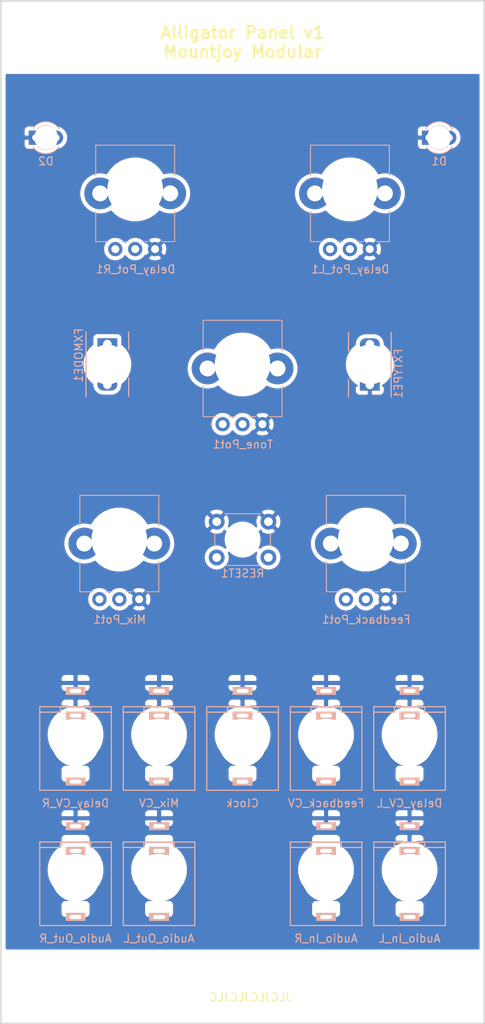
<source format=kicad_pcb>
(kicad_pcb (version 20171130) (host pcbnew "(5.1.5)-3")
  (layers (0 F.Cu signal hide) (31 B.Cu signal hide) (34 B.Paste user) (35 F.Paste user) (36 B.SilkS user) (37 F.SilkS user) (38 B.Mask user) (39 F.Mask user) (44 Edge.Cuts user))
  (net 0 "")
  (net 1 GND)
  (net 2 +3.3VA)
  (net 3 /DELAY_CHORUS)
  (net 4 /MODE1)
  (net 5 /MODE2)
  (net 6 /EXT_AUDIO_IN_L)
  (net 7 /EXT_AUDIO_IN_R)
  (net 8 /RESET)
  (net 9 /EXT_AUDIO_OUT_L)
  (net 10 /EXT_AUDIO_OUT_R)
  (net 11 /CLOCK)
  (net 12 /DELAY_CV_L)
  (net 13 /DELAY_POT_L)
  (net 14 /DELAY_CV_R)
  (net 15 /DELAY_POT_R)
  (net 16 /MIX_POT)
  (net 17 /MIX_CV)
  (net 18 /FEEDBACK_CV)
  (net 19 /FEEDBACK_POT)
  (net 20 /LED1)
  (net 21 /LED2)
  (net 22 /TONE_POT)
  (net 23 "Net-(J12-Pad2)")
  (net 24 "Net-(J13-Pad2)")
  (module Custom_Footprints:Sub_Miniature_Switch_MountingHole_3.5mm (layer F.Cu) (at 130 108.5)
    (fp_text reference Ref** hide)
    (fp_text value Subminiature_Switch hide)
    (pad "" np_thru_hole circle (at 0 0) (size 3.5 3.5) (drill 3.5) (layers *.Cu *.Mask))
  )
  (module Custom_Footprints:Sub_Miniature_Switch_MountingHole_5mm (layer F.Cu) (at 113 86.5)
    (fp_text reference Ref** hide)
    (fp_text value Subminiature_Switch hide)
    (pad "" np_thru_hole circle (at 0 0) (size 5 5) (drill 5) (layers *.Cu *.Mask))
  )
  (module Custom_Footprints:Sub_Miniature_Switch_MountingHole_5mm (layer F.Cu) (at 146 86.5)
    (fp_text reference Ref** hide)
    (fp_text value Subminiature_Switch hide)
    (pad "" np_thru_hole circle (at 0 0) (size 5 5) (drill 5) (layers *.Cu *.Mask))
  )
  (module Custom_Footprints:Sub_Miniature_Switch_MountingHole_3mm (layer F.Cu) (at 154.7 58)
    (fp_text reference Ref** hide)
    (fp_text value Subminiature_Switch hide)
    (pad "" np_thru_hole circle (at 0 0) (size 3 3) (drill 3) (layers *.Cu *.Mask))
  )
  (module Custom_Footprints:Sub_Miniature_Switch_MountingHole_3mm (layer F.Cu) (at 105.3 58)
    (fp_text reference Ref** hide)
    (fp_text value Subminiature_Switch hide)
    (pad "" np_thru_hole circle (at 0 0) (size 3 3) (drill 3) (layers *.Cu *.Mask))
  )
  (module Custom_Footprints:Oval_Mounting_Hole (layer F.Cu) (at 152.9 166.3)
    (fp_text reference Ref** hide)
    (fp_text value Oval_Mounting_Hole hide)
    (pad "" np_thru_hole oval (at 0 0) (size 5 3.2) (drill oval 5 3.2) (layers *.Cu *.Mask))
  )
  (module Custom_Footprints:Oval_Mounting_Hole (layer F.Cu) (at 107.1 166.3)
    (fp_text reference Ref** hide)
    (fp_text value Oval_Mounting_Hole hide)
    (pad "" np_thru_hole oval (at 0 0) (size 5 3.2) (drill oval 5 3.2) (layers *.Cu *.Mask))
  )
  (module Custom_Footprints:Oval_Mounting_Hole (layer F.Cu) (at 152.9 43.8)
    (fp_text reference Ref** hide)
    (fp_text value Oval_Mounting_Hole hide)
    (pad "" np_thru_hole oval (at 0 0) (size 5 3.2) (drill oval 5 3.2) (layers *.Cu *.Mask))
  )
  (module Custom_Footprints:Oval_Mounting_Hole (layer F.Cu) (at 107.1 43.8)
    (fp_text reference Ref** hide)
    (fp_text value Oval_Mounting_Hole hide)
    (pad "" np_thru_hole oval (at 0 0) (size 5 3.2) (drill oval 5 3.2) (layers *.Cu *.Mask))
  )
  (module Custom_Footprints:Alpha_9mm_pot_hole (layer F.Cu) (at 145.5 108.5)
    (fp_text reference Ref** hide)
    (fp_text value Alpha_9mm_pot_hole hide)
    (pad "" np_thru_hole circle (at 0 0) (size 7 7) (drill 7) (layers *.Cu *.Mask))
  )
  (module Custom_Footprints:Alpha_9mm_pot_hole (layer F.Cu) (at 114.5 108.5)
    (fp_text reference Ref** hide)
    (fp_text value Alpha_9mm_pot_hole hide)
    (pad "" np_thru_hole circle (at 0 0) (size 7 7) (drill 7) (layers *.Cu *.Mask))
  )
  (module Custom_Footprints:Alpha_9mm_pot_hole (layer F.Cu) (at 130 86.5)
    (fp_text reference Ref** hide)
    (fp_text value Alpha_9mm_pot_hole hide)
    (pad "" np_thru_hole circle (at 0 0) (size 7 7) (drill 7) (layers *.Cu *.Mask))
  )
  (module Custom_Footprints:Alpha_9mm_pot_hole (layer F.Cu) (at 143.5 64.5)
    (fp_text reference Ref** hide)
    (fp_text value Alpha_9mm_pot_hole hide)
    (pad "" np_thru_hole circle (at 0 0) (size 7 7) (drill 7) (layers *.Cu *.Mask))
  )
  (module Custom_Footprints:Alpha_9mm_pot_hole (layer F.Cu) (at 116.5 64.5)
    (fp_text reference Ref** hide)
    (fp_text value Alpha_9mm_pot_hole hide)
    (pad "" np_thru_hole circle (at 0 0) (size 7 7) (drill 7) (layers *.Cu *.Mask))
  )
  (module Custom_Footprints:Thonkiconn_Socket_MountingHole_6mm (layer F.Cu) (at 119.5 151)
    (fp_text reference Ref** hide)
    (fp_text value Thonkiconn_Socket_MountingHole_6mm)
    (pad "" np_thru_hole circle (at 0 0) (size 6 6) (drill 6) (layers *.Cu *.Mask))
  )
  (module Custom_Footprints:Thonkiconn_Socket_MountingHole_6mm (layer F.Cu) (at 109 151)
    (fp_text reference Ref** hide)
    (fp_text value Thonkiconn_Socket_MountingHole_6mm)
    (pad "" np_thru_hole circle (at 0 0) (size 6 6) (drill 6) (layers *.Cu *.Mask))
  )
  (module Custom_Footprints:Thonkiconn_Socket_MountingHole_6mm (layer F.Cu) (at 140.5 151)
    (fp_text reference Ref** hide)
    (fp_text value Thonkiconn_Socket_MountingHole_6mm)
    (pad "" np_thru_hole circle (at 0 0) (size 6 6) (drill 6) (layers *.Cu *.Mask))
  )
  (module Custom_Footprints:Thonkiconn_Socket_MountingHole_6mm (layer F.Cu) (at 151 151)
    (fp_text reference Ref** hide)
    (fp_text value Thonkiconn_Socket_MountingHole_6mm)
    (pad "" np_thru_hole circle (at 0 0) (size 6 6) (drill 6) (layers *.Cu *.Mask))
  )
  (module Custom_Footprints:Thonkiconn_Socket_MountingHole_6mm (layer F.Cu) (at 151 134)
    (fp_text reference Ref** hide)
    (fp_text value Thonkiconn_Socket_MountingHole_6mm)
    (pad "" np_thru_hole circle (at 0 0) (size 6 6) (drill 6) (layers *.Cu *.Mask))
  )
  (module Custom_Footprints:Thonkiconn_Socket_MountingHole_6mm (layer F.Cu) (at 140.5 134)
    (fp_text reference Ref** hide)
    (fp_text value Thonkiconn_Socket_MountingHole_6mm)
    (pad "" np_thru_hole circle (at 0 0) (size 6 6) (drill 6) (layers *.Cu *.Mask))
  )
  (module Custom_Footprints:Thonkiconn_Socket_MountingHole_6mm (layer F.Cu) (at 130 134)
    (fp_text reference Ref** hide)
    (fp_text value Thonkiconn_Socket_MountingHole_6mm)
    (pad "" np_thru_hole circle (at 0 0) (size 6 6) (drill 6) (layers *.Cu *.Mask))
  )
  (module Custom_Footprints:Thonkiconn_Socket_MountingHole_6mm (layer F.Cu) (at 119.5 134)
    (fp_text reference Ref** hide)
    (fp_text value Thonkiconn_Socket_MountingHole_6mm)
    (pad "" np_thru_hole circle (at 0 0) (size 6 6) (drill 6) (layers *.Cu *.Mask))
  )
  (module Custom_Footprints:Thonkiconn_Socket_MountingHole_6mm (layer F.Cu) (at 109 134)
    (fp_text reference Ref** hide)
    (fp_text value Thonkiconn_Socket_MountingHole_6mm)
    (pad "" np_thru_hole circle (at 0 0) (size 6 6) (drill 6) (layers *.Cu *.Mask))
  )
  (module Custom_Footprints:THONKICONN_hole (layer B.Cu) (at 109 151)
    (fp_text reference J12 hide)
    (fp_text value Audio_Out_R (at 0 7.62) (layer B.SilkS) (effects (justify mirror)))
    (fp_circle (center 0 0) (end 1.3 0) (layer B.SilkS) (width 0.15))
    (fp_line (start -4.5 6) (end 4.5 6) (layer B.SilkS) (width 0.15))
    (fp_line (start -4.5 -4.5) (end 4.5 -4.5) (layer B.SilkS) (width 0.15))
    (fp_line (start -4.5 6) (end -4.5 -4.5) (layer B.SilkS) (width 0.15))
    (fp_line (start 4.5 6) (end 4.5 -4.5) (layer B.SilkS) (width 0.15))
    (fp_circle (center 0 0) (end 1.27 -1.27) (layer B.SilkS) (width 0.15))
    (fp_line (start -1.905 1.905) (end 1.905 1.905) (layer B.SilkS) (width 0.15))
    (fp_line (start 1.905 -1.905) (end -1.905 -1.905) (layer B.SilkS) (width 0.15))
    (fp_arc (start 0 0) (end -1.905 -1.905) (angle -90) (layer B.SilkS) (width 0.15))
    (fp_arc (start 0 0) (end 1.905 1.905) (angle -90) (layer B.SilkS) (width 0.15))
    (fp_line (start 1.905 -3.81) (end 4.445 -3.81) (layer B.SilkS) (width 0.15))
    (fp_line (start 1.905 -4.445) (end 1.905 -3.81) (layer B.SilkS) (width 0.15))
    (fp_line (start -1.905 -4.445) (end 1.905 -4.445) (layer B.SilkS) (width 0.15))
    (fp_line (start -1.905 -3.81) (end -1.905 -4.445) (layer B.SilkS) (width 0.15))
    (fp_line (start -4.445 -3.81) (end -1.905 -3.81) (layer B.SilkS) (width 0.15))
    (pad "" np_thru_hole circle (at 0 0) (size 2.5 2.5) (drill 2.5) (layers *.Cu *.Mask))
    (pad 1 thru_hole rect (at 0 -6.48) (size 2.5 1) (drill oval 1.5 0.5) (layers *.Cu *.Mask B.SilkS) (net 1 GND))
    (pad 2 thru_hole rect (at 0 -3.38) (size 2.5 1) (drill oval 1.5 0.5) (layers *.Cu *.Mask B.SilkS) (net 23 "Net-(J12-Pad2)"))
    (pad 3 thru_hole rect (at 0 4.92) (size 2.5 1) (drill oval 1.5 0.5) (layers *.Cu *.Mask B.SilkS) (net 10 /EXT_AUDIO_OUT_R))
  )
  (module Custom_Footprints:THONKICONN_hole (layer B.Cu) (at 119.5 134)
    (fp_text reference J7 hide)
    (fp_text value Mix_CV (at 0 7.62) (layer B.SilkS) (effects (justify mirror)))
    (fp_circle (center 0 0) (end 1.3 0) (layer B.SilkS) (width 0.15))
    (fp_line (start -4.5 6) (end 4.5 6) (layer B.SilkS) (width 0.15))
    (fp_line (start -4.5 -4.5) (end 4.5 -4.5) (layer B.SilkS) (width 0.15))
    (fp_line (start -4.5 6) (end -4.5 -4.5) (layer B.SilkS) (width 0.15))
    (fp_line (start 4.5 6) (end 4.5 -4.5) (layer B.SilkS) (width 0.15))
    (fp_circle (center 0 0) (end 1.27 -1.27) (layer B.SilkS) (width 0.15))
    (fp_line (start -1.905 1.905) (end 1.905 1.905) (layer B.SilkS) (width 0.15))
    (fp_line (start 1.905 -1.905) (end -1.905 -1.905) (layer B.SilkS) (width 0.15))
    (fp_arc (start 0 0) (end -1.905 -1.905) (angle -90) (layer B.SilkS) (width 0.15))
    (fp_arc (start 0 0) (end 1.905 1.905) (angle -90) (layer B.SilkS) (width 0.15))
    (fp_line (start 1.905 -3.81) (end 4.445 -3.81) (layer B.SilkS) (width 0.15))
    (fp_line (start 1.905 -4.445) (end 1.905 -3.81) (layer B.SilkS) (width 0.15))
    (fp_line (start -1.905 -4.445) (end 1.905 -4.445) (layer B.SilkS) (width 0.15))
    (fp_line (start -1.905 -3.81) (end -1.905 -4.445) (layer B.SilkS) (width 0.15))
    (fp_line (start -4.445 -3.81) (end -1.905 -3.81) (layer B.SilkS) (width 0.15))
    (pad "" np_thru_hole circle (at 0 0) (size 2.5 2.5) (drill 2.5) (layers *.Cu *.Mask))
    (pad 1 thru_hole rect (at 0 -6.48) (size 2.5 1) (drill oval 1.5 0.5) (layers *.Cu *.Mask B.SilkS) (net 1 GND))
    (pad 2 thru_hole rect (at 0 -3.38) (size 2.5 1) (drill oval 1.5 0.5) (layers *.Cu *.Mask B.SilkS) (net 1 GND))
    (pad 3 thru_hole rect (at 0 4.92) (size 2.5 1) (drill oval 1.5 0.5) (layers *.Cu *.Mask B.SilkS) (net 17 /MIX_CV))
  )
  (module Custom_Footprints:THONKICONN_hole (layer B.Cu) (at 140.5 134)
    (fp_text reference J10 hide)
    (fp_text value Feedback_CV (at 0 7.62) (layer B.SilkS) (effects (justify mirror)))
    (fp_circle (center 0 0) (end 1.3 0) (layer B.SilkS) (width 0.15))
    (fp_line (start -4.5 6) (end 4.5 6) (layer B.SilkS) (width 0.15))
    (fp_line (start -4.5 -4.5) (end 4.5 -4.5) (layer B.SilkS) (width 0.15))
    (fp_line (start -4.5 6) (end -4.5 -4.5) (layer B.SilkS) (width 0.15))
    (fp_line (start 4.5 6) (end 4.5 -4.5) (layer B.SilkS) (width 0.15))
    (fp_circle (center 0 0) (end 1.27 -1.27) (layer B.SilkS) (width 0.15))
    (fp_line (start -1.905 1.905) (end 1.905 1.905) (layer B.SilkS) (width 0.15))
    (fp_line (start 1.905 -1.905) (end -1.905 -1.905) (layer B.SilkS) (width 0.15))
    (fp_arc (start 0 0) (end -1.905 -1.905) (angle -90) (layer B.SilkS) (width 0.15))
    (fp_arc (start 0 0) (end 1.905 1.905) (angle -90) (layer B.SilkS) (width 0.15))
    (fp_line (start 1.905 -3.81) (end 4.445 -3.81) (layer B.SilkS) (width 0.15))
    (fp_line (start 1.905 -4.445) (end 1.905 -3.81) (layer B.SilkS) (width 0.15))
    (fp_line (start -1.905 -4.445) (end 1.905 -4.445) (layer B.SilkS) (width 0.15))
    (fp_line (start -1.905 -3.81) (end -1.905 -4.445) (layer B.SilkS) (width 0.15))
    (fp_line (start -4.445 -3.81) (end -1.905 -3.81) (layer B.SilkS) (width 0.15))
    (pad "" np_thru_hole circle (at 0 0) (size 2.5 2.5) (drill 2.5) (layers *.Cu *.Mask))
    (pad 1 thru_hole rect (at 0 -6.48) (size 2.5 1) (drill oval 1.5 0.5) (layers *.Cu *.Mask B.SilkS) (net 1 GND))
    (pad 2 thru_hole rect (at 0 -3.38) (size 2.5 1) (drill oval 1.5 0.5) (layers *.Cu *.Mask B.SilkS) (net 1 GND))
    (pad 3 thru_hole rect (at 0 4.92) (size 2.5 1) (drill oval 1.5 0.5) (layers *.Cu *.Mask B.SilkS) (net 18 /FEEDBACK_CV))
  )
  (module Buttons_Switches_THT:SW_PUSH_6mm (layer B.Cu) (at 126.75 110.75)
    (fp_text reference RESET1 (at 3.25 2) (layer B.SilkS) (effects (justify mirror)))
    (fp_text value SW_Push)
    (fp_line (start 1 -5.5) (end 5.5 -5.5) (layer B.SilkS) (width 0.12))
    (fp_line (start -0.25 -1.5) (end -0.25 -3) (layer B.SilkS) (width 0.12))
    (fp_line (start 5.5 1) (end 1 1) (layer B.SilkS) (width 0.12))
    (fp_line (start 6.75 -3) (end 6.75 -1.5) (layer B.SilkS) (width 0.12))
    (pad 2 thru_hole circle (at 0 -4.5 270) (size 2 2) (drill 1.1) (layers *.Cu *.Mask) (net 1 GND))
    (pad 1 thru_hole circle (at 0 0 270) (size 2 2) (drill 1.1) (layers *.Cu *.Mask) (net 8 /RESET))
    (pad 2 thru_hole circle (at 6.5 -4.5 270) (size 2 2) (drill 1.1) (layers *.Cu *.Mask) (net 1 GND))
    (pad 1 thru_hole circle (at 6.5 0 270) (size 2 2) (drill 1.1) (layers *.Cu *.Mask) (net 8 /RESET))
  )
  (module Custom_Footprints:THONKICONN_hole (layer B.Cu) (at 109 134)
    (fp_text reference J8 hide)
    (fp_text value Delay_CV_R (at 0 7.62) (layer B.SilkS) (effects (justify mirror)))
    (fp_circle (center 0 0) (end 1.3 0) (layer B.SilkS) (width 0.15))
    (fp_line (start -4.5 6) (end 4.5 6) (layer B.SilkS) (width 0.15))
    (fp_line (start -4.5 -4.5) (end 4.5 -4.5) (layer B.SilkS) (width 0.15))
    (fp_line (start -4.5 6) (end -4.5 -4.5) (layer B.SilkS) (width 0.15))
    (fp_line (start 4.5 6) (end 4.5 -4.5) (layer B.SilkS) (width 0.15))
    (fp_circle (center 0 0) (end 1.27 -1.27) (layer B.SilkS) (width 0.15))
    (fp_line (start -1.905 1.905) (end 1.905 1.905) (layer B.SilkS) (width 0.15))
    (fp_line (start 1.905 -1.905) (end -1.905 -1.905) (layer B.SilkS) (width 0.15))
    (fp_arc (start 0 0) (end -1.905 -1.905) (angle -90) (layer B.SilkS) (width 0.15))
    (fp_arc (start 0 0) (end 1.905 1.905) (angle -90) (layer B.SilkS) (width 0.15))
    (fp_line (start 1.905 -3.81) (end 4.445 -3.81) (layer B.SilkS) (width 0.15))
    (fp_line (start 1.905 -4.445) (end 1.905 -3.81) (layer B.SilkS) (width 0.15))
    (fp_line (start -1.905 -4.445) (end 1.905 -4.445) (layer B.SilkS) (width 0.15))
    (fp_line (start -1.905 -3.81) (end -1.905 -4.445) (layer B.SilkS) (width 0.15))
    (fp_line (start -4.445 -3.81) (end -1.905 -3.81) (layer B.SilkS) (width 0.15))
    (pad "" np_thru_hole circle (at 0 0) (size 2.5 2.5) (drill 2.5) (layers *.Cu *.Mask))
    (pad 1 thru_hole rect (at 0 -6.48) (size 2.5 1) (drill oval 1.5 0.5) (layers *.Cu *.Mask B.SilkS) (net 1 GND))
    (pad 2 thru_hole rect (at 0 -3.38) (size 2.5 1) (drill oval 1.5 0.5) (layers *.Cu *.Mask B.SilkS) (net 1 GND))
    (pad 3 thru_hole rect (at 0 4.92) (size 2.5 1) (drill oval 1.5 0.5) (layers *.Cu *.Mask B.SilkS) (net 14 /DELAY_CV_R))
  )
  (module Custom_Footprints:SPDTSubMiniature (layer B.Cu) (at 113 83.9478 270)
    (fp_text reference FXMODE1 (at 1.4 3.6 90) (layer B.SilkS) (effects (justify mirror)))
    (fp_text value SW_SPDT_MSM)
    (fp_line (start 4.254 -2.681) (end 6.554 -2.681) (layer B.SilkS) (width 0.15))
    (fp_line (start -1.538 -2.681) (end 0.662 -2.681) (layer B.SilkS) (width 0.15))
    (fp_line (start -1.5634 2.681) (end 6.604 2.681) (layer B.SilkS) (width 0.15))
    (pad 3 thru_hole oval (at 5.08 0 270) (size 1.5 2.5) (drill 1.0922) (layers *.Cu *.Mask) (net 5 /MODE2))
    (pad 2 thru_hole oval (at 2.54 0 270) (size 1.5 2.5) (drill 1.0922) (layers *.Cu *.Mask) (net 1 GND))
    (pad 1 thru_hole rect (at 0 0 270) (size 1.5 2.5) (drill 1.0922) (layers *.Cu *.Mask) (net 4 /MODE1))
  )
  (module Custom_Footprints:SPDTSubMiniature (layer B.Cu) (at 146 89.04 90)
    (fp_text reference FXTYPE1 (at 1.4 3.6 90) (layer B.SilkS) (effects (justify mirror)))
    (fp_text value SW_SPST)
    (fp_line (start 4.254 -2.681) (end 6.554 -2.681) (layer B.SilkS) (width 0.15))
    (fp_line (start -1.538 -2.681) (end 0.662 -2.681) (layer B.SilkS) (width 0.15))
    (fp_line (start -1.5634 2.681) (end 6.604 2.681) (layer B.SilkS) (width 0.15))
    (pad 3 thru_hole oval (at 5.08 0 90) (size 1.5 2.5) (drill 1.0922) (layers *.Cu *.Mask))
    (pad 2 thru_hole oval (at 2.54 0 90) (size 1.5 2.5) (drill 1.0922) (layers *.Cu *.Mask) (net 3 /DELAY_CHORUS))
    (pad 1 thru_hole rect (at 0 0 90) (size 1.5 2.5) (drill 1.0922) (layers *.Cu *.Mask) (net 1 GND))
  )
  (module Custom_Footprints:Alpha_9mm_Potentiometer (layer B.Cu) (at 114 72 90)
    (fp_text reference Delay_Pot_R1 (at -2.54 2.54) (layer B.SilkS) (effects (justify mirror)))
    (fp_text value A10k)
    (fp_line (start 13.06 7.461) (end 13.06 -2.46) (layer B.SilkS) (width 0.12))
    (fp_line (start 0.94 -0.825) (end 0.94 -2.46) (layer B.SilkS) (width 0.12))
    (fp_line (start 0.94 1.675) (end 0.94 0.825) (layer B.SilkS) (width 0.12))
    (fp_line (start 0.94 4.175) (end 0.94 3.325) (layer B.SilkS) (width 0.12))
    (fp_line (start 0.94 7.461) (end 0.94 5.825) (layer B.SilkS) (width 0.12))
    (fp_line (start 9.195 -2.46) (end 13.06 -2.46) (layer B.SilkS) (width 0.12))
    (fp_line (start 0.94 -2.46) (end 4.806 -2.46) (layer B.SilkS) (width 0.12))
    (fp_line (start 9.195 7.461) (end 13.06 7.461) (layer B.SilkS) (width 0.12))
    (fp_line (start 0.94 7.461) (end 4.806 7.461) (layer B.SilkS) (width 0.12))
    (fp_arc (start 7.5 2.5) (end 5.572 4.798) (angle 100) (layer B.SilkS) (width 0.12))
    (fp_arc (start 7.5 2.5) (end 8.673 -0.262) (angle 134) (layer B.SilkS) (width 0.12))
    (pad 0 np_thru_hole circle (at 7 -1.9 90) (size 4 4) (drill 2) (layers *.Cu *.Mask))
    (pad 0 np_thru_hole circle (at 7 6.9 90) (size 4 4) (drill 2) (layers *.Cu *.Mask))
    (pad 1 thru_hole circle (at 0 0 90) (size 1.8 1.8) (drill 1) (layers *.Cu *.Mask) (net 2 +3.3VA))
    (pad 2 thru_hole circle (at 0 2.5 90) (size 1.8 1.8) (drill 1) (layers *.Cu *.Mask) (net 15 /DELAY_POT_R))
    (pad 3 thru_hole circle (at 0 5 90) (size 1.8 1.8) (drill 1) (layers *.Cu *.Mask) (net 1 GND))
  )
  (module Custom_Footprints:Alpha_9mm_Potentiometer (layer B.Cu) (at 141 72 90)
    (fp_text reference Delay_Pot_L1 (at -2.54 2.54) (layer B.SilkS) (effects (justify mirror)))
    (fp_text value A10k)
    (fp_line (start 13.06 7.461) (end 13.06 -2.46) (layer B.SilkS) (width 0.12))
    (fp_line (start 0.94 -0.825) (end 0.94 -2.46) (layer B.SilkS) (width 0.12))
    (fp_line (start 0.94 1.675) (end 0.94 0.825) (layer B.SilkS) (width 0.12))
    (fp_line (start 0.94 4.175) (end 0.94 3.325) (layer B.SilkS) (width 0.12))
    (fp_line (start 0.94 7.461) (end 0.94 5.825) (layer B.SilkS) (width 0.12))
    (fp_line (start 9.195 -2.46) (end 13.06 -2.46) (layer B.SilkS) (width 0.12))
    (fp_line (start 0.94 -2.46) (end 4.806 -2.46) (layer B.SilkS) (width 0.12))
    (fp_line (start 9.195 7.461) (end 13.06 7.461) (layer B.SilkS) (width 0.12))
    (fp_line (start 0.94 7.461) (end 4.806 7.461) (layer B.SilkS) (width 0.12))
    (fp_arc (start 7.5 2.5) (end 5.572 4.798) (angle 100) (layer B.SilkS) (width 0.12))
    (fp_arc (start 7.5 2.5) (end 8.673 -0.262) (angle 134) (layer B.SilkS) (width 0.12))
    (pad 0 np_thru_hole circle (at 7 -1.9 90) (size 4 4) (drill 2) (layers *.Cu *.Mask))
    (pad 0 np_thru_hole circle (at 7 6.9 90) (size 4 4) (drill 2) (layers *.Cu *.Mask))
    (pad 1 thru_hole circle (at 0 0 90) (size 1.8 1.8) (drill 1) (layers *.Cu *.Mask) (net 2 +3.3VA))
    (pad 2 thru_hole circle (at 0 2.5 90) (size 1.8 1.8) (drill 1) (layers *.Cu *.Mask) (net 13 /DELAY_POT_L))
    (pad 3 thru_hole circle (at 0 5 90) (size 1.8 1.8) (drill 1) (layers *.Cu *.Mask) (net 1 GND))
  )
  (module Custom_Footprints:Alpha_9mm_Potentiometer (layer B.Cu) (at 143 116 90)
    (fp_text reference Feedback_Pot1 (at -2.54 2.54) (layer B.SilkS) (effects (justify mirror)))
    (fp_text value A10k)
    (fp_line (start 13.06 7.461) (end 13.06 -2.46) (layer B.SilkS) (width 0.12))
    (fp_line (start 0.94 -0.825) (end 0.94 -2.46) (layer B.SilkS) (width 0.12))
    (fp_line (start 0.94 1.675) (end 0.94 0.825) (layer B.SilkS) (width 0.12))
    (fp_line (start 0.94 4.175) (end 0.94 3.325) (layer B.SilkS) (width 0.12))
    (fp_line (start 0.94 7.461) (end 0.94 5.825) (layer B.SilkS) (width 0.12))
    (fp_line (start 9.195 -2.46) (end 13.06 -2.46) (layer B.SilkS) (width 0.12))
    (fp_line (start 0.94 -2.46) (end 4.806 -2.46) (layer B.SilkS) (width 0.12))
    (fp_line (start 9.195 7.461) (end 13.06 7.461) (layer B.SilkS) (width 0.12))
    (fp_line (start 0.94 7.461) (end 4.806 7.461) (layer B.SilkS) (width 0.12))
    (fp_arc (start 7.5 2.5) (end 5.572 4.798) (angle 100) (layer B.SilkS) (width 0.12))
    (fp_arc (start 7.5 2.5) (end 8.673 -0.262) (angle 134) (layer B.SilkS) (width 0.12))
    (pad 0 np_thru_hole circle (at 7 -1.9 90) (size 4 4) (drill 2) (layers *.Cu *.Mask))
    (pad 0 np_thru_hole circle (at 7 6.9 90) (size 4 4) (drill 2) (layers *.Cu *.Mask))
    (pad 1 thru_hole circle (at 0 0 90) (size 1.8 1.8) (drill 1) (layers *.Cu *.Mask) (net 2 +3.3VA))
    (pad 2 thru_hole circle (at 0 2.5 90) (size 1.8 1.8) (drill 1) (layers *.Cu *.Mask) (net 19 /FEEDBACK_POT))
    (pad 3 thru_hole circle (at 0 5 90) (size 1.8 1.8) (drill 1) (layers *.Cu *.Mask) (net 1 GND))
  )
  (module Custom_Footprints:Alpha_9mm_Potentiometer (layer B.Cu) (at 127.5 94 90)
    (fp_text reference Tone_Pot1 (at -2.54 2.54) (layer B.SilkS) (effects (justify mirror)))
    (fp_text value A10k)
    (fp_line (start 13.06 7.461) (end 13.06 -2.46) (layer B.SilkS) (width 0.12))
    (fp_line (start 0.94 -0.825) (end 0.94 -2.46) (layer B.SilkS) (width 0.12))
    (fp_line (start 0.94 1.675) (end 0.94 0.825) (layer B.SilkS) (width 0.12))
    (fp_line (start 0.94 4.175) (end 0.94 3.325) (layer B.SilkS) (width 0.12))
    (fp_line (start 0.94 7.461) (end 0.94 5.825) (layer B.SilkS) (width 0.12))
    (fp_line (start 9.195 -2.46) (end 13.06 -2.46) (layer B.SilkS) (width 0.12))
    (fp_line (start 0.94 -2.46) (end 4.806 -2.46) (layer B.SilkS) (width 0.12))
    (fp_line (start 9.195 7.461) (end 13.06 7.461) (layer B.SilkS) (width 0.12))
    (fp_line (start 0.94 7.461) (end 4.806 7.461) (layer B.SilkS) (width 0.12))
    (fp_arc (start 7.5 2.5) (end 5.572 4.798) (angle 100) (layer B.SilkS) (width 0.12))
    (fp_arc (start 7.5 2.5) (end 8.673 -0.262) (angle 134) (layer B.SilkS) (width 0.12))
    (pad 0 np_thru_hole circle (at 7 -1.9 90) (size 4 4) (drill 2) (layers *.Cu *.Mask))
    (pad 0 np_thru_hole circle (at 7 6.9 90) (size 4 4) (drill 2) (layers *.Cu *.Mask))
    (pad 1 thru_hole circle (at 0 0 90) (size 1.8 1.8) (drill 1) (layers *.Cu *.Mask) (net 2 +3.3VA))
    (pad 2 thru_hole circle (at 0 2.5 90) (size 1.8 1.8) (drill 1) (layers *.Cu *.Mask) (net 22 /TONE_POT))
    (pad 3 thru_hole circle (at 0 5 90) (size 1.8 1.8) (drill 1) (layers *.Cu *.Mask) (net 1 GND))
  )
  (module Custom_Footprints:Alpha_9mm_Potentiometer (layer B.Cu) (at 112 116 90)
    (fp_text reference Mix_Pot1 (at -2.54 2.54) (layer B.SilkS) (effects (justify mirror)))
    (fp_text value A10k)
    (fp_line (start 13.06 7.461) (end 13.06 -2.46) (layer B.SilkS) (width 0.12))
    (fp_line (start 0.94 -0.825) (end 0.94 -2.46) (layer B.SilkS) (width 0.12))
    (fp_line (start 0.94 1.675) (end 0.94 0.825) (layer B.SilkS) (width 0.12))
    (fp_line (start 0.94 4.175) (end 0.94 3.325) (layer B.SilkS) (width 0.12))
    (fp_line (start 0.94 7.461) (end 0.94 5.825) (layer B.SilkS) (width 0.12))
    (fp_line (start 9.195 -2.46) (end 13.06 -2.46) (layer B.SilkS) (width 0.12))
    (fp_line (start 0.94 -2.46) (end 4.806 -2.46) (layer B.SilkS) (width 0.12))
    (fp_line (start 9.195 7.461) (end 13.06 7.461) (layer B.SilkS) (width 0.12))
    (fp_line (start 0.94 7.461) (end 4.806 7.461) (layer B.SilkS) (width 0.12))
    (fp_arc (start 7.5 2.5) (end 5.572 4.798) (angle 100) (layer B.SilkS) (width 0.12))
    (fp_arc (start 7.5 2.5) (end 8.673 -0.262) (angle 134) (layer B.SilkS) (width 0.12))
    (pad 0 np_thru_hole circle (at 7 -1.9 90) (size 4 4) (drill 2) (layers *.Cu *.Mask))
    (pad 0 np_thru_hole circle (at 7 6.9 90) (size 4 4) (drill 2) (layers *.Cu *.Mask))
    (pad 1 thru_hole circle (at 0 0 90) (size 1.8 1.8) (drill 1) (layers *.Cu *.Mask) (net 2 +3.3VA))
    (pad 2 thru_hole circle (at 0 2.5 90) (size 1.8 1.8) (drill 1) (layers *.Cu *.Mask) (net 16 /MIX_POT))
    (pad 3 thru_hole circle (at 0 5 90) (size 1.8 1.8) (drill 1) (layers *.Cu *.Mask) (net 1 GND))
  )
  (module Custom_Footprints:THONKICONN_hole (layer B.Cu) (at 119.5 151)
    (fp_text reference J13 hide)
    (fp_text value Audio_Out_L (at 0 7.62) (layer B.SilkS) (effects (justify mirror)))
    (fp_circle (center 0 0) (end 1.3 0) (layer B.SilkS) (width 0.15))
    (fp_line (start -4.5 6) (end 4.5 6) (layer B.SilkS) (width 0.15))
    (fp_line (start -4.5 -4.5) (end 4.5 -4.5) (layer B.SilkS) (width 0.15))
    (fp_line (start -4.5 6) (end -4.5 -4.5) (layer B.SilkS) (width 0.15))
    (fp_line (start 4.5 6) (end 4.5 -4.5) (layer B.SilkS) (width 0.15))
    (fp_circle (center 0 0) (end 1.27 -1.27) (layer B.SilkS) (width 0.15))
    (fp_line (start -1.905 1.905) (end 1.905 1.905) (layer B.SilkS) (width 0.15))
    (fp_line (start 1.905 -1.905) (end -1.905 -1.905) (layer B.SilkS) (width 0.15))
    (fp_arc (start 0 0) (end -1.905 -1.905) (angle -90) (layer B.SilkS) (width 0.15))
    (fp_arc (start 0 0) (end 1.905 1.905) (angle -90) (layer B.SilkS) (width 0.15))
    (fp_line (start 1.905 -3.81) (end 4.445 -3.81) (layer B.SilkS) (width 0.15))
    (fp_line (start 1.905 -4.445) (end 1.905 -3.81) (layer B.SilkS) (width 0.15))
    (fp_line (start -1.905 -4.445) (end 1.905 -4.445) (layer B.SilkS) (width 0.15))
    (fp_line (start -1.905 -3.81) (end -1.905 -4.445) (layer B.SilkS) (width 0.15))
    (fp_line (start -4.445 -3.81) (end -1.905 -3.81) (layer B.SilkS) (width 0.15))
    (pad "" np_thru_hole circle (at 0 0) (size 2.5 2.5) (drill 2.5) (layers *.Cu *.Mask))
    (pad 1 thru_hole rect (at 0 -6.48) (size 2.5 1) (drill oval 1.5 0.5) (layers *.Cu *.Mask B.SilkS) (net 1 GND))
    (pad 2 thru_hole rect (at 0 -3.38) (size 2.5 1) (drill oval 1.5 0.5) (layers *.Cu *.Mask B.SilkS) (net 24 "Net-(J13-Pad2)"))
    (pad 3 thru_hole rect (at 0 4.92) (size 2.5 1) (drill oval 1.5 0.5) (layers *.Cu *.Mask B.SilkS) (net 9 /EXT_AUDIO_OUT_L))
  )
  (module Custom_Footprints:THONKICONN_hole (layer B.Cu) (at 140.5 151)
    (fp_text reference J11 hide)
    (fp_text value Audio_In_R (at 0 7.62) (layer B.SilkS) (effects (justify mirror)))
    (fp_circle (center 0 0) (end 1.3 0) (layer B.SilkS) (width 0.15))
    (fp_line (start -4.5 6) (end 4.5 6) (layer B.SilkS) (width 0.15))
    (fp_line (start -4.5 -4.5) (end 4.5 -4.5) (layer B.SilkS) (width 0.15))
    (fp_line (start -4.5 6) (end -4.5 -4.5) (layer B.SilkS) (width 0.15))
    (fp_line (start 4.5 6) (end 4.5 -4.5) (layer B.SilkS) (width 0.15))
    (fp_circle (center 0 0) (end 1.27 -1.27) (layer B.SilkS) (width 0.15))
    (fp_line (start -1.905 1.905) (end 1.905 1.905) (layer B.SilkS) (width 0.15))
    (fp_line (start 1.905 -1.905) (end -1.905 -1.905) (layer B.SilkS) (width 0.15))
    (fp_arc (start 0 0) (end -1.905 -1.905) (angle -90) (layer B.SilkS) (width 0.15))
    (fp_arc (start 0 0) (end 1.905 1.905) (angle -90) (layer B.SilkS) (width 0.15))
    (fp_line (start 1.905 -3.81) (end 4.445 -3.81) (layer B.SilkS) (width 0.15))
    (fp_line (start 1.905 -4.445) (end 1.905 -3.81) (layer B.SilkS) (width 0.15))
    (fp_line (start -1.905 -4.445) (end 1.905 -4.445) (layer B.SilkS) (width 0.15))
    (fp_line (start -1.905 -3.81) (end -1.905 -4.445) (layer B.SilkS) (width 0.15))
    (fp_line (start -4.445 -3.81) (end -1.905 -3.81) (layer B.SilkS) (width 0.15))
    (pad "" np_thru_hole circle (at 0 0) (size 2.5 2.5) (drill 2.5) (layers *.Cu *.Mask))
    (pad 1 thru_hole rect (at 0 -6.48) (size 2.5 1) (drill oval 1.5 0.5) (layers *.Cu *.Mask B.SilkS) (net 1 GND))
    (pad 2 thru_hole rect (at 0 -3.38) (size 2.5 1) (drill oval 1.5 0.5) (layers *.Cu *.Mask B.SilkS) (net 6 /EXT_AUDIO_IN_L))
    (pad 3 thru_hole rect (at 0 4.92) (size 2.5 1) (drill oval 1.5 0.5) (layers *.Cu *.Mask B.SilkS) (net 7 /EXT_AUDIO_IN_R))
  )
  (module Custom_Footprints:THONKICONN_hole (layer B.Cu) (at 130 134)
    (fp_text reference J9 hide)
    (fp_text value Clock (at 0 7.62) (layer B.SilkS) (effects (justify mirror)))
    (fp_circle (center 0 0) (end 1.3 0) (layer B.SilkS) (width 0.15))
    (fp_line (start -4.5 6) (end 4.5 6) (layer B.SilkS) (width 0.15))
    (fp_line (start -4.5 -4.5) (end 4.5 -4.5) (layer B.SilkS) (width 0.15))
    (fp_line (start -4.5 6) (end -4.5 -4.5) (layer B.SilkS) (width 0.15))
    (fp_line (start 4.5 6) (end 4.5 -4.5) (layer B.SilkS) (width 0.15))
    (fp_circle (center 0 0) (end 1.27 -1.27) (layer B.SilkS) (width 0.15))
    (fp_line (start -1.905 1.905) (end 1.905 1.905) (layer B.SilkS) (width 0.15))
    (fp_line (start 1.905 -1.905) (end -1.905 -1.905) (layer B.SilkS) (width 0.15))
    (fp_arc (start 0 0) (end -1.905 -1.905) (angle -90) (layer B.SilkS) (width 0.15))
    (fp_arc (start 0 0) (end 1.905 1.905) (angle -90) (layer B.SilkS) (width 0.15))
    (fp_line (start 1.905 -3.81) (end 4.445 -3.81) (layer B.SilkS) (width 0.15))
    (fp_line (start 1.905 -4.445) (end 1.905 -3.81) (layer B.SilkS) (width 0.15))
    (fp_line (start -1.905 -4.445) (end 1.905 -4.445) (layer B.SilkS) (width 0.15))
    (fp_line (start -1.905 -3.81) (end -1.905 -4.445) (layer B.SilkS) (width 0.15))
    (fp_line (start -4.445 -3.81) (end -1.905 -3.81) (layer B.SilkS) (width 0.15))
    (pad "" np_thru_hole circle (at 0 0) (size 2.5 2.5) (drill 2.5) (layers *.Cu *.Mask))
    (pad 1 thru_hole rect (at 0 -6.48) (size 2.5 1) (drill oval 1.5 0.5) (layers *.Cu *.Mask B.SilkS) (net 1 GND))
    (pad 2 thru_hole rect (at 0 -3.38) (size 2.5 1) (drill oval 1.5 0.5) (layers *.Cu *.Mask B.SilkS) (net 1 GND))
    (pad 3 thru_hole rect (at 0 4.92) (size 2.5 1) (drill oval 1.5 0.5) (layers *.Cu *.Mask B.SilkS) (net 11 /CLOCK))
  )
  (module Custom_Footprints:THONKICONN_hole (layer B.Cu) (at 151 134)
    (fp_text reference J2 hide)
    (fp_text value Delay_CV_L (at 0 7.62) (layer B.SilkS) (effects (justify mirror)))
    (fp_circle (center 0 0) (end 1.3 0) (layer B.SilkS) (width 0.15))
    (fp_line (start -4.5 6) (end 4.5 6) (layer B.SilkS) (width 0.15))
    (fp_line (start -4.5 -4.5) (end 4.5 -4.5) (layer B.SilkS) (width 0.15))
    (fp_line (start -4.5 6) (end -4.5 -4.5) (layer B.SilkS) (width 0.15))
    (fp_line (start 4.5 6) (end 4.5 -4.5) (layer B.SilkS) (width 0.15))
    (fp_circle (center 0 0) (end 1.27 -1.27) (layer B.SilkS) (width 0.15))
    (fp_line (start -1.905 1.905) (end 1.905 1.905) (layer B.SilkS) (width 0.15))
    (fp_line (start 1.905 -1.905) (end -1.905 -1.905) (layer B.SilkS) (width 0.15))
    (fp_arc (start 0 0) (end -1.905 -1.905) (angle -90) (layer B.SilkS) (width 0.15))
    (fp_arc (start 0 0) (end 1.905 1.905) (angle -90) (layer B.SilkS) (width 0.15))
    (fp_line (start 1.905 -3.81) (end 4.445 -3.81) (layer B.SilkS) (width 0.15))
    (fp_line (start 1.905 -4.445) (end 1.905 -3.81) (layer B.SilkS) (width 0.15))
    (fp_line (start -1.905 -4.445) (end 1.905 -4.445) (layer B.SilkS) (width 0.15))
    (fp_line (start -1.905 -3.81) (end -1.905 -4.445) (layer B.SilkS) (width 0.15))
    (fp_line (start -4.445 -3.81) (end -1.905 -3.81) (layer B.SilkS) (width 0.15))
    (pad "" np_thru_hole circle (at 0 0) (size 2.5 2.5) (drill 2.5) (layers *.Cu *.Mask))
    (pad 1 thru_hole rect (at 0 -6.48) (size 2.5 1) (drill oval 1.5 0.5) (layers *.Cu *.Mask B.SilkS) (net 1 GND))
    (pad 2 thru_hole rect (at 0 -3.38) (size 2.5 1) (drill oval 1.5 0.5) (layers *.Cu *.Mask B.SilkS) (net 1 GND))
    (pad 3 thru_hole rect (at 0 4.92) (size 2.5 1) (drill oval 1.5 0.5) (layers *.Cu *.Mask B.SilkS) (net 12 /DELAY_CV_L))
  )
  (module Custom_Footprints:THONKICONN_hole (layer B.Cu) (at 151 151)
    (fp_text reference J1 hide)
    (fp_text value Audio_In_L (at 0 7.62) (layer B.SilkS) (effects (justify mirror)))
    (fp_circle (center 0 0) (end 1.3 0) (layer B.SilkS) (width 0.15))
    (fp_line (start -4.5 6) (end 4.5 6) (layer B.SilkS) (width 0.15))
    (fp_line (start -4.5 -4.5) (end 4.5 -4.5) (layer B.SilkS) (width 0.15))
    (fp_line (start -4.5 6) (end -4.5 -4.5) (layer B.SilkS) (width 0.15))
    (fp_line (start 4.5 6) (end 4.5 -4.5) (layer B.SilkS) (width 0.15))
    (fp_circle (center 0 0) (end 1.27 -1.27) (layer B.SilkS) (width 0.15))
    (fp_line (start -1.905 1.905) (end 1.905 1.905) (layer B.SilkS) (width 0.15))
    (fp_line (start 1.905 -1.905) (end -1.905 -1.905) (layer B.SilkS) (width 0.15))
    (fp_arc (start 0 0) (end -1.905 -1.905) (angle -90) (layer B.SilkS) (width 0.15))
    (fp_arc (start 0 0) (end 1.905 1.905) (angle -90) (layer B.SilkS) (width 0.15))
    (fp_line (start 1.905 -3.81) (end 4.445 -3.81) (layer B.SilkS) (width 0.15))
    (fp_line (start 1.905 -4.445) (end 1.905 -3.81) (layer B.SilkS) (width 0.15))
    (fp_line (start -1.905 -4.445) (end 1.905 -4.445) (layer B.SilkS) (width 0.15))
    (fp_line (start -1.905 -3.81) (end -1.905 -4.445) (layer B.SilkS) (width 0.15))
    (fp_line (start -4.445 -3.81) (end -1.905 -3.81) (layer B.SilkS) (width 0.15))
    (pad "" np_thru_hole circle (at 0 0) (size 2.5 2.5) (drill 2.5) (layers *.Cu *.Mask))
    (pad 1 thru_hole rect (at 0 -6.48) (size 2.5 1) (drill oval 1.5 0.5) (layers *.Cu *.Mask B.SilkS) (net 1 GND))
    (pad 2 thru_hole rect (at 0 -3.38) (size 2.5 1) (drill oval 1.5 0.5) (layers *.Cu *.Mask B.SilkS) (net 1 GND))
    (pad 3 thru_hole rect (at 0 4.92) (size 2.5 1) (drill oval 1.5 0.5) (layers *.Cu *.Mask B.SilkS) (net 6 /EXT_AUDIO_IN_L))
  )
  (module LEDs:LED_D3.0mm (layer B.Cu) (at 104 58)
    (fp_text reference D2 (at 1.27 2.96) (layer B.SilkS) (effects (justify mirror)))
    (fp_text value LED)
    (fp_arc (start 1.27 0) (end -0.29 1.235516) (angle -108.8) (layer B.SilkS) (width 0.12))
    (fp_arc (start 1.27 0) (end -0.29 -1.235516) (angle 108.8) (layer B.SilkS) (width 0.12))
    (fp_arc (start 1.27 0) (end 0.229039 1.08) (angle -87.9) (layer B.SilkS) (width 0.12))
    (fp_arc (start 1.27 0) (end 0.229039 -1.08) (angle 87.9) (layer B.SilkS) (width 0.12))
    (fp_line (start -0.29 1.236) (end -0.29 1.08) (layer B.SilkS) (width 0.12))
    (fp_line (start -0.29 -1.08) (end -0.29 -1.236) (layer B.SilkS) (width 0.12))
    (pad 1 thru_hole rect (at 0 0) (size 1.8 1.8) (drill 0.9) (layers *.Cu *.Mask) (net 1 GND))
    (pad 2 thru_hole circle (at 2.54 0) (size 1.8 1.8) (drill 0.9) (layers *.Cu *.Mask) (net 21 /LED2))
  )
  (module LEDs:LED_D3.0mm (layer B.Cu) (at 153.45 58)
    (fp_text reference D1 (at 1.27 2.96) (layer B.SilkS) (effects (justify mirror)))
    (fp_text value LED)
    (fp_arc (start 1.27 0) (end -0.29 1.235516) (angle -108.8) (layer B.SilkS) (width 0.12))
    (fp_arc (start 1.27 0) (end -0.29 -1.235516) (angle 108.8) (layer B.SilkS) (width 0.12))
    (fp_arc (start 1.27 0) (end 0.229039 1.08) (angle -87.9) (layer B.SilkS) (width 0.12))
    (fp_arc (start 1.27 0) (end 0.229039 -1.08) (angle 87.9) (layer B.SilkS) (width 0.12))
    (fp_line (start -0.29 1.236) (end -0.29 1.08) (layer B.SilkS) (width 0.12))
    (fp_line (start -0.29 -1.08) (end -0.29 -1.236) (layer B.SilkS) (width 0.12))
    (pad 1 thru_hole rect (at 0 0) (size 1.8 1.8) (drill 0.9) (layers *.Cu *.Mask) (net 1 GND))
    (pad 2 thru_hole circle (at 2.54 0) (size 1.8 1.8) (drill 0.9) (layers *.Cu *.Mask) (net 20 /LED1))
  )
  (gr_text JLCJLCJLCJLC (at 131 166) (layer F.SilkS) (effects (font (size 1 1)) (justify mirror)))
  (gr_line (start 160.4 40.8) (end 160.4 169.3) (layer Edge.Cuts) (width 0.2))
  (gr_line (start 99.6 40.8) (end 160.4 40.8) (layer Edge.Cuts) (width 0.2))
  (gr_line (start 99.6 169.3) (end 160.4 169.3) (layer Edge.Cuts) (width 0.2))
  (gr_line (start 99.6 40.8) (end 99.6 169.3) (layer Edge.Cuts) (width 0.2))
  (gr_text "Alligator Panel v1\nMountjoy Modular" (at 130 46) (layer F.SilkS) (effects (font (size 1.5 1.5) (thickness 0.3))))
  (zone (net 1) (net_name GND) (layer F.Cu) (connect_pads (clearance 0.508)) (min_thickness 0.254) (fill yes (arc_segments 16) (thermal_gap 0.508) (thermal_bridge_width 0.508))
    (polygon (pts (xy 100 50) (xy 160 50) (xy 160 160) (xy 100 160)))
  )
  (zone (net 1) (net_name GND) (layer B.Cu) (connect_pads (clearance 0.508)) (min_thickness 0.254) (fill yes (arc_segments 16) (thermal_gap 0.508) (thermal_bridge_width 0.508))
    (polygon (pts (xy 100 50) (xy 160 50) (xy 160 160) (xy 100 160)))
  )
)
</source>
